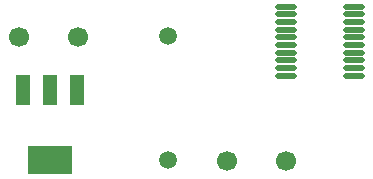
<source format=gts>
G04 Layer: TopSolderMaskLayer*
G04 EasyEDA v6.5.40, 2024-08-10 13:38:48*
G04 cb6e2e9fbd21486d88ae5690d2d3dc00,10*
G04 Gerber Generator version 0.2*
G04 Scale: 100 percent, Rotated: No, Reflected: No *
G04 Dimensions in millimeters *
G04 leading zeros omitted , absolute positions ,4 integer and 5 decimal *
%FSLAX45Y45*%
%MOMM*%

%ADD10C,1.5016*%
%ADD11O,1.8436082X0.4656074*%
%ADD12R,1.2016X2.6016*%
%ADD13R,3.7016X2.4416*%
%ADD14C,1.7000*%

%LPD*%
D10*
G01*
X1651000Y-1020292D03*
G01*
X1651000Y29692D03*
D11*
G01*
X2646603Y279806D03*
G01*
X2646603Y214807D03*
G01*
X2646603Y149809D03*
G01*
X2646603Y84810D03*
G01*
X2646603Y19786D03*
G01*
X2646603Y-45212D03*
G01*
X2646603Y-110210D03*
G01*
X2646603Y-175209D03*
G01*
X2646603Y-240207D03*
G01*
X2646603Y-305206D03*
G01*
X3220796Y279806D03*
G01*
X3220796Y214807D03*
G01*
X3220796Y149809D03*
G01*
X3220796Y84810D03*
G01*
X3220796Y19786D03*
G01*
X3220796Y-45212D03*
G01*
X3220796Y-110210D03*
G01*
X3220796Y-175209D03*
G01*
X3220796Y-240207D03*
G01*
X3220796Y-305206D03*
D12*
G01*
X877696Y-426918D03*
G01*
X647700Y-426918D03*
G01*
X417703Y-426918D03*
D13*
G01*
X647700Y-1020897D03*
D14*
G01*
X884986Y25400D03*
G01*
X384987Y25400D03*
G01*
X2650286Y-1028700D03*
G01*
X2150287Y-1028700D03*
M02*

</source>
